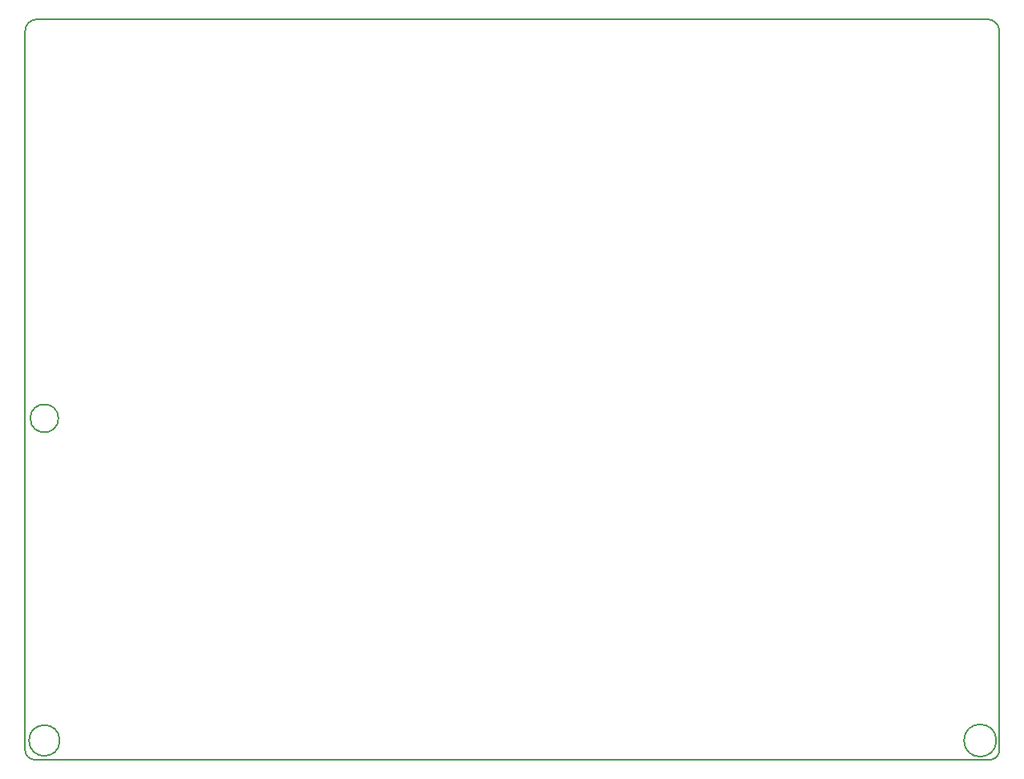
<source format=gm1>
G04 #@! TF.FileFunction,Profile,NP*
%FSLAX46Y46*%
G04 Gerber Fmt 4.6, Leading zero omitted, Abs format (unit mm)*
G04 Created by KiCad (PCBNEW 4.0.6) date 10/22/17 23:17:58*
%MOMM*%
%LPD*%
G01*
G04 APERTURE LIST*
%ADD10C,0.150000*%
G04 APERTURE END LIST*
D10*
X159567880Y-220911420D02*
X160075880Y-220911420D01*
X158551880Y-219895420D02*
G75*
G03X159567880Y-220911420I1016000J0D01*
G01*
X158551880Y-215069420D02*
X158551880Y-219895420D01*
X260405880Y-220911420D02*
X160075880Y-220911420D01*
X261421880Y-219895420D02*
X261421880Y-219387420D01*
X260405880Y-220911420D02*
G75*
G03X261421880Y-219895420I0J1016000D01*
G01*
X261421880Y-215069420D02*
X261421880Y-219387420D01*
X162064942Y-184843420D02*
G75*
G03X162064942Y-184843420I-1481062J0D01*
G01*
X162210274Y-218879420D02*
G75*
G03X162210274Y-218879420I-1626394J0D01*
G01*
X261093764Y-218879420D02*
G75*
G03X261093764Y-218879420I-1703884J0D01*
G01*
X261421880Y-215069420D02*
X261421880Y-143949420D01*
X158551880Y-143949420D02*
X158551880Y-215069420D01*
X159821880Y-142679420D02*
G75*
G03X158551880Y-143949420I0J-1270000D01*
G01*
X261421880Y-143949420D02*
G75*
G03X260151880Y-142679420I-1270000J0D01*
G01*
X159821880Y-142679420D02*
X260151880Y-142679420D01*
M02*

</source>
